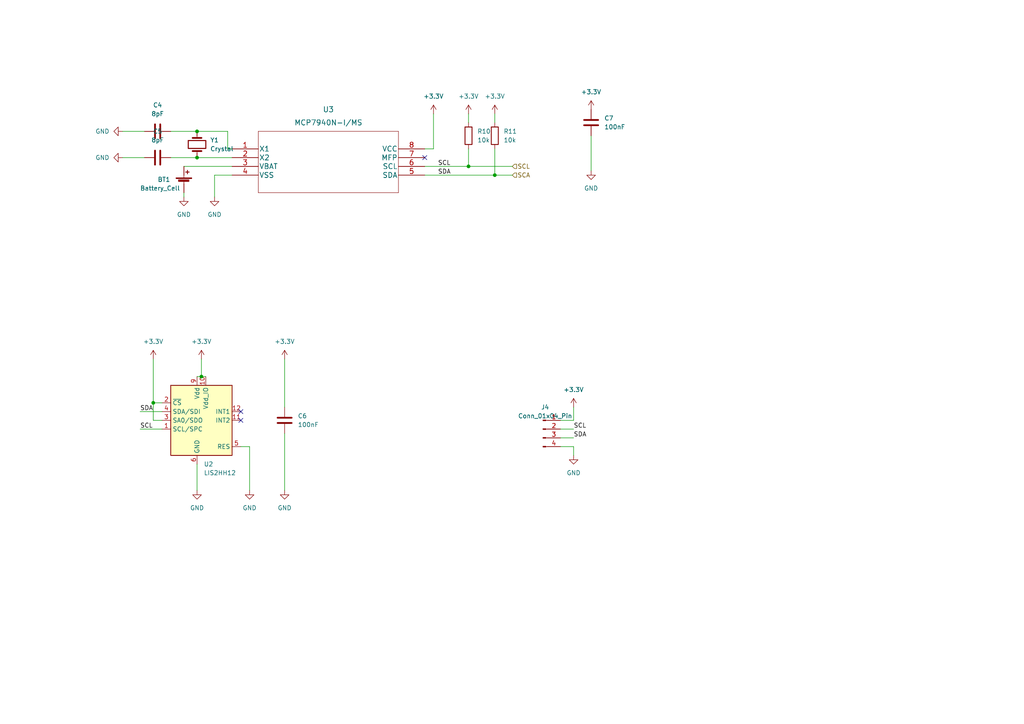
<source format=kicad_sch>
(kicad_sch (version 20230121) (generator eeschema)
  (paper "A4")
  (lib_symbols
    (symbol "Connector:Conn_01x04_Pin" (pin_names (offset 1.016) hide)
      (property "Reference" "J" (at 0 5.08 0))
      (property "Value" "Conn_01x04_Pin" (at 0 -7.62 0))
      (symbol "Conn_01x04_Pin_1_1"
        (polyline (pts (xy 1.27 -5.08) (xy 0.8636 -5.08)) (stroke (width 0.1524)))
        (polyline (pts (xy 1.27 -2.54) (xy 0.8636 -2.54)) (stroke (width 0.1524)))
        (polyline (pts (xy 1.27 0) (xy 0.8636 0)) (stroke (width 0.1524)))
        (polyline (pts (xy 1.27 2.54) (xy 0.8636 2.54)) (stroke (width 0.1524)))
        (rectangle (start 0.8636 -4.953) (end 0 -5.207) (stroke (width 0.1524)) (fill (type outline)))
        (rectangle (start 0.8636 -2.413) (end 0 -2.667) (stroke (width 0.1524)) (fill (type outline)))
        (rectangle (start 0.8636 0.127) (end 0 -0.127) (stroke (width 0.1524)) (fill (type outline)))
        (rectangle (start 0.8636 2.667) (end 0 2.413) (stroke (width 0.1524)) (fill (type outline)))
        (pin passive line (at 5.08 2.54 180) (length 3.81) (name "Pin_1") (number "1"))
        (pin passive line (at 5.08 0 180) (length 3.81) (name "Pin_2") (number "2"))
        (pin passive line (at 5.08 -2.54 180) (length 3.81) (name "Pin_3") (number "3"))
        (pin passive line (at 5.08 -5.08 180) (length 3.81) (name "Pin_4") (number "4"))
      )
    )
    (symbol "Device:Battery_Cell" (pin_numbers hide) (pin_names (offset 0) hide)
      (property "Reference" "BT" (at 2.54 2.54 0))
      (property "Value" "Battery_Cell" (at 2.54 0 0))
      (symbol "Battery_Cell_0_1"
        (rectangle (start -2.286 1.778) (end 2.286 1.524) (fill (type outline)))
        (rectangle (start -1.5748 1.1938) (end 1.4732 0.6858) (fill (type outline)))
        (polyline (pts (xy 0 0.762) (xy 0 0)))
        (polyline (pts (xy 0 1.778) (xy 0 2.54)))
        (polyline (pts (xy 0.508 3.429) (xy 1.524 3.429)) (stroke (width 0.254)))
        (polyline (pts (xy 1.016 3.937) (xy 1.016 2.921)) (stroke (width 0.254)))
      )
      (symbol "Battery_Cell_1_1"
        (pin passive line (at 0 5.08 270) (length 2.54) (name "+") (number "1"))
        (pin passive line (at 0 -2.54 90) (length 2.54) (name "-") (number "2"))
      )
    )
    (symbol "Device:C" (pin_numbers hide) (pin_names (offset 0.254))
      (property "Reference" "C" (at 0.635 2.54 0))
      (property "Value" "C" (at 0.635 -2.54 0))
      (symbol "C_0_1"
        (polyline (pts (xy -2.032 -0.762) (xy 2.032 -0.762)) (stroke (width 0.508)))
        (polyline (pts (xy -2.032 0.762) (xy 2.032 0.762)) (stroke (width 0.508)))
      )
      (symbol "C_1_1"
        (pin passive line (at 0 3.81 270) (length 2.794) (name "~") (number "1"))
        (pin passive line (at 0 -3.81 90) (length 2.794) (name "~") (number "2"))
      )
    )
    (symbol "Device:Crystal" (pin_numbers hide) (pin_names (offset 1.016) hide)
      (property "Reference" "Y" (at 0 3.81 0))
      (property "Value" "Crystal" (at 0 -3.81 0))
      (symbol "Crystal_0_1"
        (rectangle (start -1.143 2.54) (end 1.143 -2.54) (stroke (width 0.3048)))
        (polyline (pts (xy -2.54 0) (xy -1.905 0)))
        (polyline (pts (xy -1.905 -1.27) (xy -1.905 1.27)) (stroke (width 0.508)))
        (polyline (pts (xy 1.905 -1.27) (xy 1.905 1.27)) (stroke (width 0.508)))
        (polyline (pts (xy 2.54 0) (xy 1.905 0)))
      )
      (symbol "Crystal_1_1"
        (pin passive line (at -3.81 0 0) (length 1.27) (name "1") (number "1"))
        (pin passive line (at 3.81 0 180) (length 1.27) (name "2") (number "2"))
      )
    )
    (symbol "Device:R" (pin_numbers hide) (pin_names (offset 0))
      (property "Reference" "R" (at 2.032 0 90))
      (property "Value" "R" (at 0 0 90))
      (symbol "R_0_1"
        (rectangle (start -1.016 -2.54) (end 1.016 2.54) (stroke (width 0.254)))
      )
      (symbol "R_1_1"
        (pin passive line (at 0 3.81 270) (length 1.27) (name "~") (number "1"))
        (pin passive line (at 0 -3.81 90) (length 1.27) (name "~") (number "2"))
      )
    )
    (symbol "MCP7940N:MCP7940N-I{slash}MS" (pin_names (offset 0.254))
      (property "Reference" "U" (at 27.94 10.16 0))
      (property "Value" "MCP7940N-I{slash}MS" (at 27.94 7.62 0))
      (symbol "MCP7940N-I{slash}MS_1_1"
        (polyline (pts (xy 7.62 -12.7) (xy 48.26 -12.7)) (stroke (width 0.127)))
        (polyline (pts (xy 7.62 5.08) (xy 7.62 -12.7)) (stroke (width 0.127)))
        (polyline (pts (xy 48.26 -12.7) (xy 48.26 5.08)) (stroke (width 0.127)))
        (polyline (pts (xy 48.26 5.08) (xy 7.62 5.08)) (stroke (width 0.127)))
        (pin input line (at 0 0 0) (length 7.62) (name "X1") (number "1"))
        (pin output line (at 0 -2.54 0) (length 7.62) (name "X2") (number "2"))
        (pin power_in line (at 0 -5.08 0) (length 7.62) (name "VBAT") (number "3"))
        (pin power_in line (at 0 -7.62 0) (length 7.62) (name "VSS") (number "4"))
        (pin bidirectional line (at 55.88 -7.62 180) (length 7.62) (name "SDA") (number "5"))
        (pin unspecified line (at 55.88 -5.08 180) (length 7.62) (name "SCL") (number "6"))
        (pin unspecified line (at 55.88 -2.54 180) (length 7.62) (name "MFP") (number "7"))
        (pin power_in line (at 55.88 0 180) (length 7.62) (name "VCC") (number "8"))
      )
    )
    (symbol "Sensor_Motion:LIS2HH12"
      (property "Reference" "U" (at -5.08 11.43 0))
      (property "Value" "LIS2HH12" (at 3.81 11.43 0))
      (symbol "LIS2HH12_0_1"
        (rectangle (start -7.62 10.16) (end 10.16 -10.16) (stroke (width 0.254)) (fill (type background)))
      )
      (symbol "LIS2HH12_1_1"
        (pin input line (at -10.16 -2.54 0) (length 2.54) (name "SCL/SPC") (number "1"))
        (pin power_in line (at 2.54 12.7 270) (length 2.54) (name "Vdd_IO") (number "10"))
        (pin output line (at 12.7 0 180) (length 2.54) (name "INT2") (number "11"))
        (pin output line (at 12.7 2.54 180) (length 2.54) (name "INT1") (number "12"))
        (pin input line (at -10.16 5.08 0) (length 2.54) (name "~{CS}") (number "2"))
        (pin bidirectional line (at -10.16 0 0) (length 2.54) (name "SA0/SDO") (number "3"))
        (pin bidirectional line (at -10.16 2.54 0) (length 2.54) (name "SDA/SDI") (number "4"))
        (pin passive line (at 12.7 -7.62 180) (length 2.54) (name "RES") (number "5"))
        (pin power_in line (at 0 -12.7 90) (length 2.54) (name "GND") (number "6"))
        (pin passive line (at 0 -12.7 90) (length 2.54) hide (name "GND") (number "7"))
        (pin passive line (at 0 -12.7 90) (length 2.54) hide (name "GND") (number "8"))
        (pin power_in line (at 0 12.7 270) (length 2.54) (name "Vdd") (number "9"))
      )
    )
    (symbol "power:+3.3V" (power) (pin_names (offset 0))
      (property "Value" "+3.3V" (at 0 3.556 0))
      (symbol "+3.3V_0_1"
        (polyline (pts (xy -0.762 1.27) (xy 0 2.54)))
        (polyline (pts (xy 0 0) (xy 0 2.54)))
        (polyline (pts (xy 0 2.54) (xy 0.762 1.27)))
      )
      (symbol "+3.3V_1_1"
        (pin power_in line (at 0 0 90) (length 0) hide (name "+3.3V") (number "1"))
      )
    )
    (symbol "power:GND" (power) (pin_names (offset 0))
      (property "Value" "GND" (at 0 -3.81 0))
      (symbol "GND_0_1"
        (polyline (pts (xy 0 0) (xy 0 -1.27) (xy 1.27 -1.27) (xy 0 -2.54) (xy -1.27 -1.27) (xy 0 -1.27)))
      )
      (symbol "GND_1_1"
        (pin power_in line (at 0 0 270) (length 0) hide (name "GND") (number "1"))
      )
    )
  )
  (junction (at 135.89 48.26))
  (junction (at 58.42 109.22))
  (junction (at 57.15 38.1))
  (junction (at 143.51 50.8))
  (junction (at 44.45 116.84))
  (junction (at 57.15 45.72))
  (no_connect (at 123.19 45.72))
  (no_connect (at 69.85 119.38))
  (no_connect (at 69.85 121.92))
  (wire (pts (xy 66.04 43.18) (xy 66.04 38.1)))
  (wire (pts (xy 123.19 50.8) (xy 143.51 50.8)))
  (wire (pts (xy 162.56 124.46) (xy 166.37 124.46)))
  (wire (pts (xy 166.37 121.92) (xy 162.56 121.92)))
  (wire (pts (xy 72.39 129.54) (xy 72.39 142.24)))
  (wire (pts (xy 44.45 116.84) (xy 46.99 116.84)))
  (wire (pts (xy 57.15 134.62) (xy 57.15 142.24)))
  (wire (pts (xy 66.04 43.18) (xy 67.31 43.18)))
  (wire (pts (xy 57.15 45.72) (xy 67.31 45.72)))
  (wire (pts (xy 53.34 48.26) (xy 67.31 48.26)))
  (wire (pts (xy 166.37 118.11) (xy 166.37 121.92)))
  (wire (pts (xy 69.85 129.54) (xy 72.39 129.54)))
  (wire (pts (xy 82.55 125.73) (xy 82.55 142.24)))
  (wire (pts (xy 66.04 38.1) (xy 57.15 38.1)))
  (wire (pts (xy 166.37 129.54) (xy 162.56 129.54)))
  (wire (pts (xy 162.56 127) (xy 166.37 127)))
  (wire (pts (xy 123.19 43.18) (xy 125.73 43.18)))
  (wire (pts (xy 82.55 104.14) (xy 82.55 118.11)))
  (wire (pts (xy 67.31 50.8) (xy 62.23 50.8)))
  (wire (pts (xy 44.45 116.84) (xy 44.45 121.92)))
  (wire (pts (xy 143.51 50.8) (xy 143.51 43.18)))
  (wire (pts (xy 49.53 45.72) (xy 57.15 45.72)))
  (wire (pts (xy 57.15 109.22) (xy 58.42 109.22)))
  (wire (pts (xy 143.51 50.8) (xy 148.59 50.8)))
  (wire (pts (xy 58.42 109.22) (xy 59.69 109.22)))
  (wire (pts (xy 171.45 39.37) (xy 171.45 49.53)))
  (wire (pts (xy 62.23 50.8) (xy 62.23 57.15)))
  (wire (pts (xy 123.19 48.26) (xy 135.89 48.26)))
  (wire (pts (xy 46.99 121.92) (xy 44.45 121.92)))
  (wire (pts (xy 58.42 104.14) (xy 58.42 109.22)))
  (wire (pts (xy 53.34 55.88) (xy 53.34 57.15)))
  (wire (pts (xy 49.53 38.1) (xy 57.15 38.1)))
  (wire (pts (xy 166.37 132.08) (xy 166.37 129.54)))
  (wire (pts (xy 35.56 45.72) (xy 41.91 45.72)))
  (wire (pts (xy 135.89 33.02) (xy 135.89 35.56)))
  (wire (pts (xy 40.64 119.38) (xy 46.99 119.38)))
  (wire (pts (xy 35.56 38.1) (xy 41.91 38.1)))
  (wire (pts (xy 135.89 48.26) (xy 148.59 48.26)))
  (wire (pts (xy 143.51 33.02) (xy 143.51 35.56)))
  (wire (pts (xy 40.64 124.46) (xy 46.99 124.46)))
  (wire (pts (xy 44.45 104.14) (xy 44.45 116.84)))
  (wire (pts (xy 125.73 33.02) (xy 125.73 43.18)))
  (wire (pts (xy 135.89 48.26) (xy 135.89 43.18)))
  (label "SDA" (at 40.64 119.38 0))
  (label "SDA" (at 166.37 127 0))
  (label "SCL" (at 40.64 124.46 0))
  (label "SCL" (at 166.37 124.46 0))
  (label "SDA" (at 127 50.8 0))
  (label "SCL" (at 127 48.26 0))
  (hierarchical_label "SCL" (shape input) (at 148.59 48.26 0))
  (hierarchical_label "SCA" (shape input) (at 148.59 50.8 0))
  (symbol (lib_id "Device:C") (at 45.72 38.1 90) (unit 1)
    (property "Reference" "C4" (at 45.72 30.48 90))
    (property "Value" "8pF" (at 45.72 33.02 90))
    (property "Footprint" "Capacitor_SMD:C_0603_1608Metric" (effects hide))
  )
  (symbol (lib_id "Device:R") (at 143.51 39.37 0) (unit 1)
    (property "Reference" "R11" (at 146.05 38.0999 0) (effects (justify left)))
    (property "Value" "10k" (at 146.05 40.6399 0) (effects (justify left)))
    (property "Footprint" "Resistor_SMD:R_0603_1608Metric" (effects hide))
  )
  (symbol (lib_id "power:GND") (at 72.39 142.24 0) (unit 1)
    (property "Reference" "#PWR022" (effects hide))
    (property "Value" "GND" (at 72.39 147.32 0))
  )
  (symbol (lib_id "power:GND") (at 53.34 57.15 0) (unit 1)
    (property "Reference" "#PWR018" (effects hide))
    (property "Value" "GND" (at 53.34 62.23 0))
  )
  (symbol (lib_id "Sensor_Motion:LIS2HH12") (at 57.15 121.92 0) (unit 1)
    (property "Reference" "U2" (at 59.1059 134.62 0) (effects (justify left)))
    (property "Value" "LIS2HH12" (at 59.1059 137.16 0) (effects (justify left)))
    (property "Footprint" "Package_LGA:LGA-12_2x2mm_P0.5mm" (effects hide))
    (property "Datasheet" "www.st.com/resource/en/datasheet/lis2hh12.pdf" (effects hide))
  )
  (symbol (lib_id "MCP7940N:MCP7940N-I{slash}MS") (at 67.31 43.18 0) (unit 1)
    (property "Reference" "U3" (at 95.25 31.75 0) (effects (font (size 1.524 1.524))))
    (property "Value" "MCP7940N-I/MS" (at 95.25 35.56 0) (effects (font (size 1.524 1.524))))
    (property "Footprint" "Package_SO:MSOP-8-1EP_3x3mm_P0.65mm_EP1.68x1.88mm" (effects hide))
  )
  (symbol (lib_id "Connector:Conn_01x04_Pin") (at 157.48 124.46 0) (unit 1)
    (property "Reference" "J4" (at 158.115 118.11 0))
    (property "Value" "Conn_01x04_Pin" (at 158.115 120.65 0))
    (property "Footprint" "Connector_PinSocket_2.54mm:PinSocket_1x04_P2.54mm_Vertical" (effects hide))
  )
  (symbol (lib_id "power:+3.3V") (at 171.45 31.75 0) (unit 1)
    (property "Reference" "#PWR030" (effects hide))
    (property "Value" "+3.3V" (at 171.45 26.67 0))
  )
  (symbol (lib_id "power:GND") (at 35.56 45.72 270) (unit 1)
    (property "Reference" "#PWR016" (effects hide))
    (property "Value" "GND" (at 31.75 45.7199 90) (effects (justify right)))
  )
  (symbol (lib_id "Device:C") (at 82.55 121.92 0) (unit 1)
    (property "Reference" "C6" (at 86.36 120.6499 0) (effects (justify left)))
    (property "Value" "100nF" (at 86.36 123.1899 0) (effects (justify left)))
    (property "Footprint" "Capacitor_SMD:C_0603_1608Metric" (effects hide))
  )
  (symbol (lib_id "power:GND") (at 35.56 38.1 270) (unit 1)
    (property "Reference" "#PWR015" (effects hide))
    (property "Value" "GND" (at 31.75 38.0999 90) (effects (justify right)))
  )
  (symbol (lib_id "power:+3.3V") (at 143.51 33.02 0) (unit 1)
    (property "Reference" "#PWR027" (effects hide))
    (property "Value" "+3.3V" (at 143.51 27.94 0))
  )
  (symbol (lib_id "power:+3.3V") (at 125.73 33.02 0) (unit 1)
    (property "Reference" "#PWR025" (effects hide))
    (property "Value" "+3.3V" (at 125.73 27.94 0))
  )
  (symbol (lib_id "power:GND") (at 166.37 132.08 0) (unit 1)
    (property "Reference" "#PWR029" (effects hide))
    (property "Value" "GND" (at 166.37 137.16 0))
  )
  (symbol (lib_id "power:+3.3V") (at 58.42 104.14 0) (unit 1)
    (property "Reference" "#PWR020" (effects hide))
    (property "Value" "+3.3V" (at 58.42 99.06 0))
  )
  (symbol (lib_id "power:+3.3V") (at 135.89 33.02 0) (unit 1)
    (property "Reference" "#PWR026" (effects hide))
    (property "Value" "+3.3V" (at 135.89 27.94 0))
  )
  (symbol (lib_id "Device:Crystal") (at 57.15 41.91 90) (unit 1)
    (property "Reference" "Y1" (at 60.96 40.6399 90) (effects (justify right)))
    (property "Value" "Crystal" (at 60.96 43.1799 90) (effects (justify right)))
    (property "Footprint" "Crystal:Crystal_SMD_2012-2Pin_2.0x1.2mm" (effects hide))
  )
  (symbol (lib_id "power:GND") (at 57.15 142.24 0) (unit 1)
    (property "Reference" "#PWR019" (effects hide))
    (property "Value" "GND" (at 57.15 147.32 0))
  )
  (symbol (lib_id "power:GND") (at 171.45 49.53 0) (unit 1)
    (property "Reference" "#PWR031" (effects hide))
    (property "Value" "GND" (at 171.45 54.61 0))
  )
  (symbol (lib_id "Device:C") (at 45.72 45.72 90) (unit 1)
    (property "Reference" "C5" (at 45.72 38.1 90))
    (property "Value" "8pF" (at 45.72 40.64 90))
    (property "Footprint" "Capacitor_SMD:C_0603_1608Metric" (effects hide))
  )
  (symbol (lib_id "power:GND") (at 62.23 57.15 0) (unit 1)
    (property "Reference" "#PWR021" (effects hide))
    (property "Value" "GND" (at 62.23 62.23 0))
  )
  (symbol (lib_id "power:GND") (at 82.55 142.24 0) (unit 1)
    (property "Reference" "#PWR024" (effects hide))
    (property "Value" "GND" (at 82.55 147.32 0))
  )
  (symbol (lib_id "Device:R") (at 135.89 39.37 0) (unit 1)
    (property "Reference" "R10" (at 138.43 38.0999 0) (effects (justify left)))
    (property "Value" "10k" (at 138.43 40.6399 0) (effects (justify left)))
    (property "Footprint" "Resistor_SMD:R_0603_1608Metric" (effects hide))
  )
  (symbol (lib_id "power:+3.3V") (at 82.55 104.14 0) (unit 1)
    (property "Reference" "#PWR023" (effects hide))
    (property "Value" "+3.3V" (at 82.55 99.06 0))
  )
  (symbol (lib_id "power:+3.3V") (at 166.37 118.11 0) (unit 1)
    (property "Reference" "#PWR028" (effects hide))
    (property "Value" "+3.3V" (at 166.37 113.03 0))
  )
  (symbol (lib_id "Device:C") (at 171.45 35.56 0) (unit 1)
    (property "Reference" "C7" (at 175.26 34.2899 0) (effects (justify left)))
    (property "Value" "100nF" (at 175.26 36.8299 0) (effects (justify left)))
    (property "Footprint" "Capacitor_SMD:C_0603_1608Metric" (effects hide))
  )
  (symbol (lib_id "Device:Battery_Cell") (at 53.34 53.34 0) (unit 1)
    (property "Reference" "BT1" (at 45.72 52.07 0) (effects (justify left)))
    (property "Value" "Battery_Cell" (at 40.64 54.61 0) (effects (justify left)))
    (property "Footprint" "Battery:BatteryHolder_LINX_BAT-HLD-012-SMT" (effects hide))
  )
  (symbol (lib_id "power:+3.3V") (at 44.45 104.14 0) (unit 1)
    (property "Reference" "#PWR017" (effects hide))
    (property "Value" "+3.3V" (at 44.45 99.06 0))
  )
)
</source>
